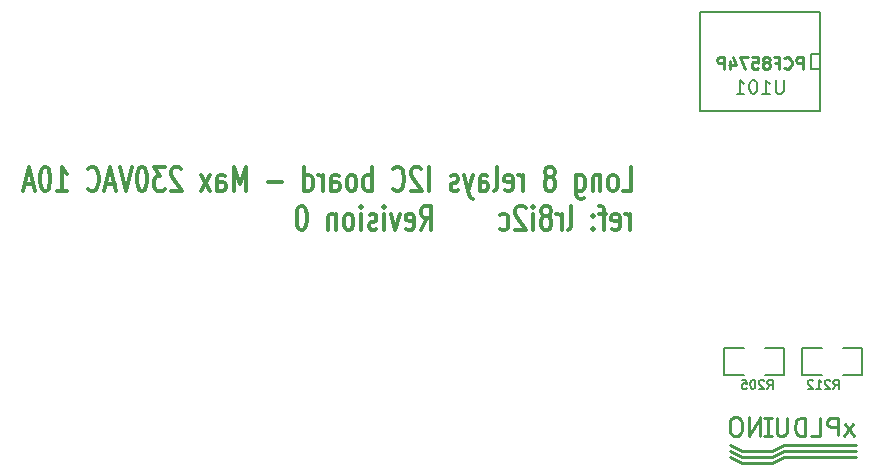
<source format=gbo>
G04 (created by PCBNEW-RS274X (2012-01-19 BZR 3256)-stable) date mer. 09 mai 2012 22:26:31 CEST*
G01*
G70*
G90*
%MOIN*%
G04 Gerber Fmt 3.4, Leading zero omitted, Abs format*
%FSLAX34Y34*%
G04 APERTURE LIST*
%ADD10C,0.006000*%
%ADD11C,0.009900*%
%ADD12C,0.012000*%
%ADD13C,0.005000*%
%ADD14C,0.010000*%
%ADD15C,0.008000*%
G04 APERTURE END LIST*
G54D10*
G54D11*
X43796Y-11632D02*
X43796Y-11238D01*
X43646Y-11238D01*
X43609Y-11257D01*
X43590Y-11276D01*
X43571Y-11314D01*
X43571Y-11370D01*
X43590Y-11407D01*
X43609Y-11426D01*
X43646Y-11445D01*
X43796Y-11445D01*
X43177Y-11595D02*
X43196Y-11614D01*
X43252Y-11632D01*
X43290Y-11632D01*
X43346Y-11614D01*
X43383Y-11576D01*
X43402Y-11539D01*
X43421Y-11464D01*
X43421Y-11407D01*
X43402Y-11332D01*
X43383Y-11295D01*
X43346Y-11257D01*
X43290Y-11238D01*
X43252Y-11238D01*
X43196Y-11257D01*
X43177Y-11276D01*
X42877Y-11426D02*
X43008Y-11426D01*
X43008Y-11632D02*
X43008Y-11238D01*
X42821Y-11238D01*
X42614Y-11407D02*
X42651Y-11389D01*
X42670Y-11370D01*
X42689Y-11332D01*
X42689Y-11314D01*
X42670Y-11276D01*
X42651Y-11257D01*
X42614Y-11238D01*
X42539Y-11238D01*
X42501Y-11257D01*
X42483Y-11276D01*
X42464Y-11314D01*
X42464Y-11332D01*
X42483Y-11370D01*
X42501Y-11389D01*
X42539Y-11407D01*
X42614Y-11407D01*
X42651Y-11426D01*
X42670Y-11445D01*
X42689Y-11482D01*
X42689Y-11557D01*
X42670Y-11595D01*
X42651Y-11614D01*
X42614Y-11632D01*
X42539Y-11632D01*
X42501Y-11614D01*
X42483Y-11595D01*
X42464Y-11557D01*
X42464Y-11482D01*
X42483Y-11445D01*
X42501Y-11426D01*
X42539Y-11407D01*
X42108Y-11238D02*
X42295Y-11238D01*
X42314Y-11426D01*
X42295Y-11407D01*
X42258Y-11389D01*
X42164Y-11389D01*
X42126Y-11407D01*
X42108Y-11426D01*
X42089Y-11464D01*
X42089Y-11557D01*
X42108Y-11595D01*
X42126Y-11614D01*
X42164Y-11632D01*
X42258Y-11632D01*
X42295Y-11614D01*
X42314Y-11595D01*
X41958Y-11238D02*
X41695Y-11238D01*
X41864Y-11632D01*
X41376Y-11370D02*
X41376Y-11632D01*
X41470Y-11220D02*
X41564Y-11501D01*
X41320Y-11501D01*
X41170Y-11632D02*
X41170Y-11238D01*
X41020Y-11238D01*
X40983Y-11257D01*
X40964Y-11276D01*
X40945Y-11314D01*
X40945Y-11370D01*
X40964Y-11407D01*
X40983Y-11426D01*
X41020Y-11445D01*
X41170Y-11445D01*
G54D12*
X38036Y-16997D02*
X38036Y-16463D01*
X38036Y-16616D02*
X38008Y-16540D01*
X37979Y-16502D01*
X37922Y-16463D01*
X37865Y-16463D01*
X37437Y-16959D02*
X37494Y-16997D01*
X37608Y-16997D01*
X37665Y-16959D01*
X37694Y-16883D01*
X37694Y-16578D01*
X37665Y-16502D01*
X37608Y-16463D01*
X37494Y-16463D01*
X37437Y-16502D01*
X37408Y-16578D01*
X37408Y-16654D01*
X37694Y-16730D01*
X37237Y-16463D02*
X37008Y-16463D01*
X37151Y-16997D02*
X37151Y-16311D01*
X37123Y-16235D01*
X37065Y-16197D01*
X37008Y-16197D01*
X36808Y-16921D02*
X36780Y-16959D01*
X36808Y-16997D01*
X36837Y-16959D01*
X36808Y-16921D01*
X36808Y-16997D01*
X36808Y-16502D02*
X36780Y-16540D01*
X36808Y-16578D01*
X36837Y-16540D01*
X36808Y-16502D01*
X36808Y-16578D01*
X35979Y-16997D02*
X36037Y-16959D01*
X36065Y-16883D01*
X36065Y-16197D01*
X35751Y-16997D02*
X35751Y-16463D01*
X35751Y-16616D02*
X35723Y-16540D01*
X35694Y-16502D01*
X35637Y-16463D01*
X35580Y-16463D01*
X35294Y-16540D02*
X35352Y-16502D01*
X35380Y-16463D01*
X35409Y-16387D01*
X35409Y-16349D01*
X35380Y-16273D01*
X35352Y-16235D01*
X35294Y-16197D01*
X35180Y-16197D01*
X35123Y-16235D01*
X35094Y-16273D01*
X35066Y-16349D01*
X35066Y-16387D01*
X35094Y-16463D01*
X35123Y-16502D01*
X35180Y-16540D01*
X35294Y-16540D01*
X35352Y-16578D01*
X35380Y-16616D01*
X35409Y-16692D01*
X35409Y-16844D01*
X35380Y-16921D01*
X35352Y-16959D01*
X35294Y-16997D01*
X35180Y-16997D01*
X35123Y-16959D01*
X35094Y-16921D01*
X35066Y-16844D01*
X35066Y-16692D01*
X35094Y-16616D01*
X35123Y-16578D01*
X35180Y-16540D01*
X34809Y-16997D02*
X34809Y-16463D01*
X34809Y-16197D02*
X34838Y-16235D01*
X34809Y-16273D01*
X34781Y-16235D01*
X34809Y-16197D01*
X34809Y-16273D01*
X34552Y-16273D02*
X34523Y-16235D01*
X34466Y-16197D01*
X34323Y-16197D01*
X34266Y-16235D01*
X34237Y-16273D01*
X34209Y-16349D01*
X34209Y-16425D01*
X34237Y-16540D01*
X34580Y-16997D01*
X34209Y-16997D01*
X33695Y-16959D02*
X33752Y-16997D01*
X33866Y-16997D01*
X33924Y-16959D01*
X33952Y-16921D01*
X33981Y-16844D01*
X33981Y-16616D01*
X33952Y-16540D01*
X33924Y-16502D01*
X33866Y-16463D01*
X33752Y-16463D01*
X33695Y-16502D01*
X31065Y-16997D02*
X31265Y-16616D01*
X31408Y-16997D02*
X31408Y-16197D01*
X31180Y-16197D01*
X31122Y-16235D01*
X31094Y-16273D01*
X31065Y-16349D01*
X31065Y-16463D01*
X31094Y-16540D01*
X31122Y-16578D01*
X31180Y-16616D01*
X31408Y-16616D01*
X30580Y-16959D02*
X30637Y-16997D01*
X30751Y-16997D01*
X30808Y-16959D01*
X30837Y-16883D01*
X30837Y-16578D01*
X30808Y-16502D01*
X30751Y-16463D01*
X30637Y-16463D01*
X30580Y-16502D01*
X30551Y-16578D01*
X30551Y-16654D01*
X30837Y-16730D01*
X30351Y-16463D02*
X30208Y-16997D01*
X30066Y-16463D01*
X29837Y-16997D02*
X29837Y-16463D01*
X29837Y-16197D02*
X29866Y-16235D01*
X29837Y-16273D01*
X29809Y-16235D01*
X29837Y-16197D01*
X29837Y-16273D01*
X29580Y-16959D02*
X29523Y-16997D01*
X29408Y-16997D01*
X29351Y-16959D01*
X29323Y-16883D01*
X29323Y-16844D01*
X29351Y-16768D01*
X29408Y-16730D01*
X29494Y-16730D01*
X29551Y-16692D01*
X29580Y-16616D01*
X29580Y-16578D01*
X29551Y-16502D01*
X29494Y-16463D01*
X29408Y-16463D01*
X29351Y-16502D01*
X29065Y-16997D02*
X29065Y-16463D01*
X29065Y-16197D02*
X29094Y-16235D01*
X29065Y-16273D01*
X29037Y-16235D01*
X29065Y-16197D01*
X29065Y-16273D01*
X28693Y-16997D02*
X28751Y-16959D01*
X28779Y-16921D01*
X28808Y-16844D01*
X28808Y-16616D01*
X28779Y-16540D01*
X28751Y-16502D01*
X28693Y-16463D01*
X28608Y-16463D01*
X28551Y-16502D01*
X28522Y-16540D01*
X28493Y-16616D01*
X28493Y-16844D01*
X28522Y-16921D01*
X28551Y-16959D01*
X28608Y-16997D01*
X28693Y-16997D01*
X28236Y-16463D02*
X28236Y-16997D01*
X28236Y-16540D02*
X28208Y-16502D01*
X28150Y-16463D01*
X28065Y-16463D01*
X28008Y-16502D01*
X27979Y-16578D01*
X27979Y-16997D01*
X27122Y-16197D02*
X27065Y-16197D01*
X27008Y-16235D01*
X26979Y-16273D01*
X26950Y-16349D01*
X26922Y-16502D01*
X26922Y-16692D01*
X26950Y-16844D01*
X26979Y-16921D01*
X27008Y-16959D01*
X27065Y-16997D01*
X27122Y-16997D01*
X27179Y-16959D01*
X27208Y-16921D01*
X27236Y-16844D01*
X27265Y-16692D01*
X27265Y-16502D01*
X27236Y-16349D01*
X27208Y-16273D01*
X27179Y-16235D01*
X27122Y-16197D01*
X37792Y-15697D02*
X38078Y-15697D01*
X38078Y-14897D01*
X37506Y-15697D02*
X37564Y-15659D01*
X37592Y-15621D01*
X37621Y-15544D01*
X37621Y-15316D01*
X37592Y-15240D01*
X37564Y-15202D01*
X37506Y-15163D01*
X37421Y-15163D01*
X37364Y-15202D01*
X37335Y-15240D01*
X37306Y-15316D01*
X37306Y-15544D01*
X37335Y-15621D01*
X37364Y-15659D01*
X37421Y-15697D01*
X37506Y-15697D01*
X37049Y-15163D02*
X37049Y-15697D01*
X37049Y-15240D02*
X37021Y-15202D01*
X36963Y-15163D01*
X36878Y-15163D01*
X36821Y-15202D01*
X36792Y-15278D01*
X36792Y-15697D01*
X36249Y-15163D02*
X36249Y-15811D01*
X36278Y-15887D01*
X36306Y-15925D01*
X36363Y-15963D01*
X36449Y-15963D01*
X36506Y-15925D01*
X36249Y-15659D02*
X36306Y-15697D01*
X36420Y-15697D01*
X36478Y-15659D01*
X36506Y-15621D01*
X36535Y-15544D01*
X36535Y-15316D01*
X36506Y-15240D01*
X36478Y-15202D01*
X36420Y-15163D01*
X36306Y-15163D01*
X36249Y-15202D01*
X35420Y-15240D02*
X35478Y-15202D01*
X35506Y-15163D01*
X35535Y-15087D01*
X35535Y-15049D01*
X35506Y-14973D01*
X35478Y-14935D01*
X35420Y-14897D01*
X35306Y-14897D01*
X35249Y-14935D01*
X35220Y-14973D01*
X35192Y-15049D01*
X35192Y-15087D01*
X35220Y-15163D01*
X35249Y-15202D01*
X35306Y-15240D01*
X35420Y-15240D01*
X35478Y-15278D01*
X35506Y-15316D01*
X35535Y-15392D01*
X35535Y-15544D01*
X35506Y-15621D01*
X35478Y-15659D01*
X35420Y-15697D01*
X35306Y-15697D01*
X35249Y-15659D01*
X35220Y-15621D01*
X35192Y-15544D01*
X35192Y-15392D01*
X35220Y-15316D01*
X35249Y-15278D01*
X35306Y-15240D01*
X34478Y-15697D02*
X34478Y-15163D01*
X34478Y-15316D02*
X34450Y-15240D01*
X34421Y-15202D01*
X34364Y-15163D01*
X34307Y-15163D01*
X33879Y-15659D02*
X33936Y-15697D01*
X34050Y-15697D01*
X34107Y-15659D01*
X34136Y-15583D01*
X34136Y-15278D01*
X34107Y-15202D01*
X34050Y-15163D01*
X33936Y-15163D01*
X33879Y-15202D01*
X33850Y-15278D01*
X33850Y-15354D01*
X34136Y-15430D01*
X33507Y-15697D02*
X33565Y-15659D01*
X33593Y-15583D01*
X33593Y-14897D01*
X33022Y-15697D02*
X33022Y-15278D01*
X33051Y-15202D01*
X33108Y-15163D01*
X33222Y-15163D01*
X33279Y-15202D01*
X33022Y-15659D02*
X33079Y-15697D01*
X33222Y-15697D01*
X33279Y-15659D01*
X33308Y-15583D01*
X33308Y-15506D01*
X33279Y-15430D01*
X33222Y-15392D01*
X33079Y-15392D01*
X33022Y-15354D01*
X32793Y-15163D02*
X32650Y-15697D01*
X32508Y-15163D02*
X32650Y-15697D01*
X32708Y-15887D01*
X32736Y-15925D01*
X32793Y-15963D01*
X32308Y-15659D02*
X32251Y-15697D01*
X32136Y-15697D01*
X32079Y-15659D01*
X32051Y-15583D01*
X32051Y-15544D01*
X32079Y-15468D01*
X32136Y-15430D01*
X32222Y-15430D01*
X32279Y-15392D01*
X32308Y-15316D01*
X32308Y-15278D01*
X32279Y-15202D01*
X32222Y-15163D01*
X32136Y-15163D01*
X32079Y-15202D01*
X31336Y-15697D02*
X31336Y-14897D01*
X31079Y-14973D02*
X31050Y-14935D01*
X30993Y-14897D01*
X30850Y-14897D01*
X30793Y-14935D01*
X30764Y-14973D01*
X30736Y-15049D01*
X30736Y-15125D01*
X30764Y-15240D01*
X31107Y-15697D01*
X30736Y-15697D01*
X30136Y-15621D02*
X30165Y-15659D01*
X30251Y-15697D01*
X30308Y-15697D01*
X30393Y-15659D01*
X30451Y-15583D01*
X30479Y-15506D01*
X30508Y-15354D01*
X30508Y-15240D01*
X30479Y-15087D01*
X30451Y-15011D01*
X30393Y-14935D01*
X30308Y-14897D01*
X30251Y-14897D01*
X30165Y-14935D01*
X30136Y-14973D01*
X29422Y-15697D02*
X29422Y-14897D01*
X29422Y-15202D02*
X29365Y-15163D01*
X29251Y-15163D01*
X29194Y-15202D01*
X29165Y-15240D01*
X29136Y-15316D01*
X29136Y-15544D01*
X29165Y-15621D01*
X29194Y-15659D01*
X29251Y-15697D01*
X29365Y-15697D01*
X29422Y-15659D01*
X28793Y-15697D02*
X28851Y-15659D01*
X28879Y-15621D01*
X28908Y-15544D01*
X28908Y-15316D01*
X28879Y-15240D01*
X28851Y-15202D01*
X28793Y-15163D01*
X28708Y-15163D01*
X28651Y-15202D01*
X28622Y-15240D01*
X28593Y-15316D01*
X28593Y-15544D01*
X28622Y-15621D01*
X28651Y-15659D01*
X28708Y-15697D01*
X28793Y-15697D01*
X28079Y-15697D02*
X28079Y-15278D01*
X28108Y-15202D01*
X28165Y-15163D01*
X28279Y-15163D01*
X28336Y-15202D01*
X28079Y-15659D02*
X28136Y-15697D01*
X28279Y-15697D01*
X28336Y-15659D01*
X28365Y-15583D01*
X28365Y-15506D01*
X28336Y-15430D01*
X28279Y-15392D01*
X28136Y-15392D01*
X28079Y-15354D01*
X27793Y-15697D02*
X27793Y-15163D01*
X27793Y-15316D02*
X27765Y-15240D01*
X27736Y-15202D01*
X27679Y-15163D01*
X27622Y-15163D01*
X27165Y-15697D02*
X27165Y-14897D01*
X27165Y-15659D02*
X27222Y-15697D01*
X27336Y-15697D01*
X27394Y-15659D01*
X27422Y-15621D01*
X27451Y-15544D01*
X27451Y-15316D01*
X27422Y-15240D01*
X27394Y-15202D01*
X27336Y-15163D01*
X27222Y-15163D01*
X27165Y-15202D01*
X26422Y-15392D02*
X25965Y-15392D01*
X25222Y-15697D02*
X25222Y-14897D01*
X25022Y-15468D01*
X24822Y-14897D01*
X24822Y-15697D01*
X24279Y-15697D02*
X24279Y-15278D01*
X24308Y-15202D01*
X24365Y-15163D01*
X24479Y-15163D01*
X24536Y-15202D01*
X24279Y-15659D02*
X24336Y-15697D01*
X24479Y-15697D01*
X24536Y-15659D01*
X24565Y-15583D01*
X24565Y-15506D01*
X24536Y-15430D01*
X24479Y-15392D01*
X24336Y-15392D01*
X24279Y-15354D01*
X24050Y-15697D02*
X23736Y-15163D01*
X24050Y-15163D02*
X23736Y-15697D01*
X23079Y-14973D02*
X23050Y-14935D01*
X22993Y-14897D01*
X22850Y-14897D01*
X22793Y-14935D01*
X22764Y-14973D01*
X22736Y-15049D01*
X22736Y-15125D01*
X22764Y-15240D01*
X23107Y-15697D01*
X22736Y-15697D01*
X22536Y-14897D02*
X22165Y-14897D01*
X22365Y-15202D01*
X22279Y-15202D01*
X22222Y-15240D01*
X22193Y-15278D01*
X22165Y-15354D01*
X22165Y-15544D01*
X22193Y-15621D01*
X22222Y-15659D01*
X22279Y-15697D01*
X22451Y-15697D01*
X22508Y-15659D01*
X22536Y-15621D01*
X21794Y-14897D02*
X21737Y-14897D01*
X21680Y-14935D01*
X21651Y-14973D01*
X21622Y-15049D01*
X21594Y-15202D01*
X21594Y-15392D01*
X21622Y-15544D01*
X21651Y-15621D01*
X21680Y-15659D01*
X21737Y-15697D01*
X21794Y-15697D01*
X21851Y-15659D01*
X21880Y-15621D01*
X21908Y-15544D01*
X21937Y-15392D01*
X21937Y-15202D01*
X21908Y-15049D01*
X21880Y-14973D01*
X21851Y-14935D01*
X21794Y-14897D01*
X21423Y-14897D02*
X21223Y-15697D01*
X21023Y-14897D01*
X20852Y-15468D02*
X20566Y-15468D01*
X20909Y-15697D02*
X20709Y-14897D01*
X20509Y-15697D01*
X19966Y-15621D02*
X19995Y-15659D01*
X20081Y-15697D01*
X20138Y-15697D01*
X20223Y-15659D01*
X20281Y-15583D01*
X20309Y-15506D01*
X20338Y-15354D01*
X20338Y-15240D01*
X20309Y-15087D01*
X20281Y-15011D01*
X20223Y-14935D01*
X20138Y-14897D01*
X20081Y-14897D01*
X19995Y-14935D01*
X19966Y-14973D01*
X18938Y-15697D02*
X19281Y-15697D01*
X19109Y-15697D02*
X19109Y-14897D01*
X19166Y-15011D01*
X19224Y-15087D01*
X19281Y-15125D01*
X18567Y-14897D02*
X18510Y-14897D01*
X18453Y-14935D01*
X18424Y-14973D01*
X18395Y-15049D01*
X18367Y-15202D01*
X18367Y-15392D01*
X18395Y-15544D01*
X18424Y-15621D01*
X18453Y-15659D01*
X18510Y-15697D01*
X18567Y-15697D01*
X18624Y-15659D01*
X18653Y-15621D01*
X18681Y-15544D01*
X18710Y-15392D01*
X18710Y-15202D01*
X18681Y-15049D01*
X18653Y-14973D01*
X18624Y-14935D01*
X18567Y-14897D01*
X18139Y-15468D02*
X17853Y-15468D01*
X18196Y-15697D02*
X17996Y-14897D01*
X17796Y-15697D01*
G54D13*
X40380Y-13023D02*
X44380Y-13023D01*
X44380Y-13023D02*
X44380Y-09723D01*
X44380Y-09723D02*
X40380Y-09723D01*
X40380Y-09723D02*
X40380Y-13023D01*
X44380Y-11123D02*
X44080Y-11123D01*
X44080Y-11123D02*
X44080Y-11623D01*
X44080Y-11623D02*
X44380Y-11623D01*
X41180Y-21823D02*
X41180Y-20923D01*
X41180Y-20923D02*
X41830Y-20923D01*
X42530Y-21823D02*
X43180Y-21823D01*
X43180Y-21823D02*
X43180Y-20923D01*
X43180Y-20923D02*
X42530Y-20923D01*
X41830Y-21823D02*
X41180Y-21823D01*
X45780Y-20923D02*
X45780Y-21823D01*
X45780Y-21823D02*
X45130Y-21823D01*
X44430Y-20923D02*
X43780Y-20923D01*
X43780Y-20923D02*
X43780Y-21823D01*
X43780Y-21823D02*
X44430Y-21823D01*
X45130Y-20923D02*
X45780Y-20923D01*
G54D14*
X45580Y-24573D02*
X43180Y-24573D01*
X43180Y-24573D02*
X42780Y-24773D01*
X42780Y-24773D02*
X41780Y-24773D01*
X41780Y-24773D02*
X41380Y-24573D01*
X45580Y-24373D02*
X43180Y-24373D01*
X43180Y-24373D02*
X42780Y-24573D01*
X42780Y-24573D02*
X41780Y-24573D01*
X41780Y-24573D02*
X41380Y-24373D01*
X41780Y-24373D02*
X41380Y-24173D01*
X42780Y-24373D02*
X41780Y-24373D01*
X43180Y-24173D02*
X42780Y-24373D01*
X45580Y-24173D02*
X43180Y-24173D01*
X45580Y-24173D02*
X43180Y-24173D01*
X43180Y-24173D02*
X42780Y-24373D01*
X42780Y-24373D02*
X41780Y-24373D01*
X41780Y-24373D02*
X41380Y-24173D01*
X41780Y-24373D02*
X41380Y-24173D01*
X42780Y-24373D02*
X41780Y-24373D01*
X43180Y-24173D02*
X42780Y-24373D01*
X45580Y-24173D02*
X43180Y-24173D01*
X45580Y-24173D02*
X43180Y-24173D01*
X43180Y-24173D02*
X42780Y-24373D01*
X42780Y-24373D02*
X41780Y-24373D01*
X41780Y-24373D02*
X41380Y-24173D01*
X41780Y-24373D02*
X41380Y-24173D01*
X42780Y-24373D02*
X41780Y-24373D01*
X43180Y-24173D02*
X42780Y-24373D01*
X45580Y-24173D02*
X43180Y-24173D01*
X45580Y-24173D02*
X43180Y-24173D01*
X43180Y-24173D02*
X42780Y-24373D01*
X42780Y-24373D02*
X41780Y-24373D01*
X41780Y-24373D02*
X41380Y-24173D01*
X41780Y-24373D02*
X41380Y-24173D01*
X42780Y-24373D02*
X41780Y-24373D01*
X43180Y-24173D02*
X42780Y-24373D01*
X45580Y-24173D02*
X43180Y-24173D01*
X45580Y-24173D02*
X43180Y-24173D01*
X43180Y-24173D02*
X42780Y-24373D01*
X42780Y-24373D02*
X41780Y-24373D01*
X41780Y-24373D02*
X41380Y-24173D01*
X41505Y-23873D02*
X41405Y-23798D01*
X41730Y-23773D02*
X41630Y-23873D01*
X42555Y-23873D02*
X42505Y-23873D01*
X42780Y-23873D02*
X42530Y-23873D01*
X42780Y-23273D02*
X42505Y-23273D01*
X42630Y-23848D02*
X42630Y-23323D01*
X41755Y-23673D02*
X41730Y-23773D01*
X41630Y-23873D02*
X41505Y-23873D01*
X41355Y-23648D02*
X41380Y-23773D01*
X41755Y-23448D02*
X41730Y-23348D01*
X41730Y-23348D02*
X41655Y-23273D01*
X41655Y-23273D02*
X41605Y-23248D01*
X41605Y-23248D02*
X41505Y-23248D01*
X41505Y-23248D02*
X41455Y-23273D01*
X41455Y-23273D02*
X41405Y-23298D01*
X41405Y-23298D02*
X41380Y-23348D01*
X41380Y-23348D02*
X41355Y-23423D01*
X41355Y-23423D02*
X41355Y-23473D01*
X41355Y-23473D02*
X41355Y-23648D01*
X41755Y-23473D02*
X41755Y-23673D01*
X42355Y-23873D02*
X42355Y-23248D01*
X42355Y-23273D02*
X42005Y-23873D01*
X42005Y-23873D02*
X42005Y-23248D01*
X43255Y-23273D02*
X43255Y-23748D01*
X43255Y-23748D02*
X43230Y-23798D01*
X43230Y-23798D02*
X43205Y-23823D01*
X43205Y-23823D02*
X43180Y-23848D01*
X43180Y-23848D02*
X43130Y-23873D01*
X43130Y-23873D02*
X43080Y-23873D01*
X43080Y-23873D02*
X43030Y-23873D01*
X43030Y-23873D02*
X42980Y-23848D01*
X42980Y-23848D02*
X42955Y-23823D01*
X42955Y-23823D02*
X42930Y-23798D01*
X42930Y-23798D02*
X42930Y-23748D01*
X42930Y-23748D02*
X42930Y-23273D01*
X43855Y-23273D02*
X43730Y-23273D01*
X43730Y-23273D02*
X43630Y-23298D01*
X43630Y-23298D02*
X43580Y-23348D01*
X43580Y-23348D02*
X43555Y-23423D01*
X43555Y-23423D02*
X43530Y-23523D01*
X43530Y-23523D02*
X43530Y-23598D01*
X43530Y-23598D02*
X43530Y-23648D01*
X43530Y-23648D02*
X43555Y-23723D01*
X43555Y-23723D02*
X43580Y-23773D01*
X43580Y-23773D02*
X43630Y-23823D01*
X43630Y-23823D02*
X43705Y-23873D01*
X43705Y-23873D02*
X43755Y-23873D01*
X43755Y-23873D02*
X43880Y-23873D01*
X43880Y-23873D02*
X43880Y-23273D01*
X44355Y-23273D02*
X44355Y-23873D01*
X44355Y-23873D02*
X44080Y-23873D01*
X44955Y-23273D02*
X44930Y-23273D01*
X44930Y-23273D02*
X44705Y-23273D01*
X44705Y-23273D02*
X44655Y-23298D01*
X44655Y-23298D02*
X44630Y-23323D01*
X44630Y-23323D02*
X44605Y-23373D01*
X44605Y-23373D02*
X44605Y-23423D01*
X44605Y-23423D02*
X44605Y-23473D01*
X44605Y-23473D02*
X44630Y-23523D01*
X44630Y-23523D02*
X44680Y-23548D01*
X44680Y-23548D02*
X44730Y-23573D01*
X44730Y-23573D02*
X44955Y-23573D01*
X44955Y-23848D02*
X44955Y-23273D01*
X45480Y-23473D02*
X45180Y-23873D01*
X45505Y-23873D02*
X45205Y-23473D01*
G54D15*
X43152Y-12005D02*
X43152Y-12369D01*
X43130Y-12412D01*
X43109Y-12434D01*
X43066Y-12455D01*
X42980Y-12455D01*
X42938Y-12434D01*
X42916Y-12412D01*
X42895Y-12369D01*
X42895Y-12005D01*
X42445Y-12455D02*
X42702Y-12455D01*
X42574Y-12455D02*
X42574Y-12005D01*
X42617Y-12069D01*
X42659Y-12112D01*
X42702Y-12134D01*
X42166Y-12005D02*
X42123Y-12005D01*
X42080Y-12027D01*
X42059Y-12048D01*
X42038Y-12091D01*
X42016Y-12177D01*
X42016Y-12284D01*
X42038Y-12369D01*
X42059Y-12412D01*
X42080Y-12434D01*
X42123Y-12455D01*
X42166Y-12455D01*
X42209Y-12434D01*
X42230Y-12412D01*
X42252Y-12369D01*
X42273Y-12284D01*
X42273Y-12177D01*
X42252Y-12091D01*
X42230Y-12048D01*
X42209Y-12027D01*
X42166Y-12005D01*
X41587Y-12455D02*
X41844Y-12455D01*
X41716Y-12455D02*
X41716Y-12005D01*
X41759Y-12069D01*
X41801Y-12112D01*
X41844Y-12134D01*
G54D13*
X42616Y-22294D02*
X42716Y-22152D01*
X42788Y-22294D02*
X42788Y-21994D01*
X42673Y-21994D01*
X42645Y-22009D01*
X42630Y-22023D01*
X42616Y-22052D01*
X42616Y-22094D01*
X42630Y-22123D01*
X42645Y-22137D01*
X42673Y-22152D01*
X42788Y-22152D01*
X42502Y-22023D02*
X42488Y-22009D01*
X42459Y-21994D01*
X42388Y-21994D01*
X42359Y-22009D01*
X42345Y-22023D01*
X42330Y-22052D01*
X42330Y-22080D01*
X42345Y-22123D01*
X42516Y-22294D01*
X42330Y-22294D01*
X42144Y-21994D02*
X42116Y-21994D01*
X42087Y-22009D01*
X42073Y-22023D01*
X42059Y-22052D01*
X42044Y-22109D01*
X42044Y-22180D01*
X42059Y-22237D01*
X42073Y-22266D01*
X42087Y-22280D01*
X42116Y-22294D01*
X42144Y-22294D01*
X42173Y-22280D01*
X42187Y-22266D01*
X42202Y-22237D01*
X42216Y-22180D01*
X42216Y-22109D01*
X42202Y-22052D01*
X42187Y-22023D01*
X42173Y-22009D01*
X42144Y-21994D01*
X41773Y-21994D02*
X41916Y-21994D01*
X41930Y-22137D01*
X41916Y-22123D01*
X41887Y-22109D01*
X41816Y-22109D01*
X41787Y-22123D01*
X41773Y-22137D01*
X41758Y-22166D01*
X41758Y-22237D01*
X41773Y-22266D01*
X41787Y-22280D01*
X41816Y-22294D01*
X41887Y-22294D01*
X41916Y-22280D01*
X41930Y-22266D01*
X44816Y-22294D02*
X44916Y-22152D01*
X44988Y-22294D02*
X44988Y-21994D01*
X44873Y-21994D01*
X44845Y-22009D01*
X44830Y-22023D01*
X44816Y-22052D01*
X44816Y-22094D01*
X44830Y-22123D01*
X44845Y-22137D01*
X44873Y-22152D01*
X44988Y-22152D01*
X44702Y-22023D02*
X44688Y-22009D01*
X44659Y-21994D01*
X44588Y-21994D01*
X44559Y-22009D01*
X44545Y-22023D01*
X44530Y-22052D01*
X44530Y-22080D01*
X44545Y-22123D01*
X44716Y-22294D01*
X44530Y-22294D01*
X44244Y-22294D02*
X44416Y-22294D01*
X44330Y-22294D02*
X44330Y-21994D01*
X44359Y-22037D01*
X44387Y-22066D01*
X44416Y-22080D01*
X44130Y-22023D02*
X44116Y-22009D01*
X44087Y-21994D01*
X44016Y-21994D01*
X43987Y-22009D01*
X43973Y-22023D01*
X43958Y-22052D01*
X43958Y-22080D01*
X43973Y-22123D01*
X44144Y-22294D01*
X43958Y-22294D01*
M02*

</source>
